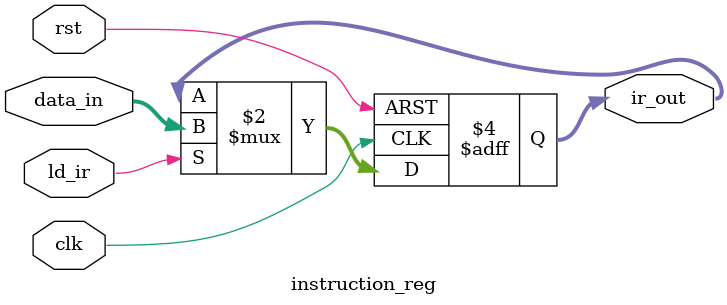
<source format=v>
module instruction_reg (
    input wire clk,           // Clock input
    input wire rst,           // Active HIGH reset
    input wire ld_ir,         // Load enable for instruction register
    input wire [7:0] data_in, // Instruction data from memory
    output reg [7:0] ir_out   // Instruction register output
);

    // Instruction register
    always @(posedge clk or posedge rst) begin
        if (rst) begin
            // Reset instruction register to 0
            ir_out <= 8'h00;
        end else if (ld_ir) begin
            // Load new instruction
            ir_out <= data_in;
        end
        // Otherwise, maintain current instruction
    end
    
endmodule 
</source>
